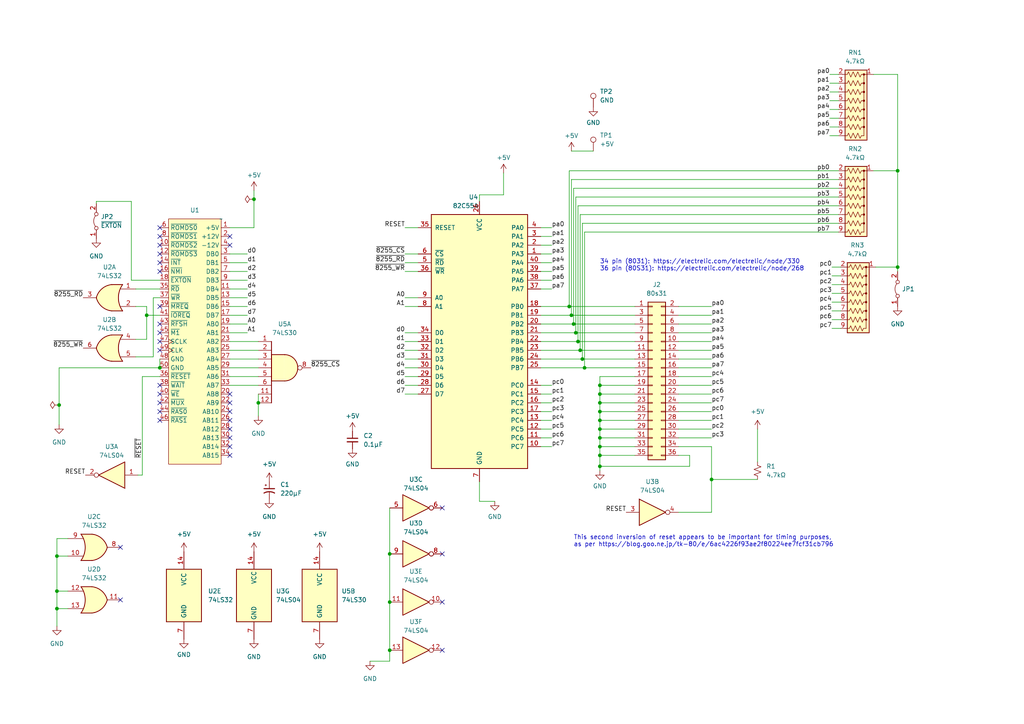
<source format=kicad_sch>
(kicad_sch (version 20230121) (generator eeschema)
  (paper "A4")
  (lib_symbols
    (symbol "74xx:74LS04"
      (property "Reference" "U" (at 0 1.27 0))
      (property "Value" "74LS04" (at 0 -1.27 0))
      (symbol "74LS04_1_0"
        (pin input line (at -7.62 0 0) (length 3.81) (name "~") (number "1"))
        (pin output inverted (at 7.62 0 180) (length 3.81) (name "~") (number "2"))
      )
      (symbol "74LS04_2_0"
        (pin input line (at -7.62 0 0) (length 3.81) (name "~") (number "3"))
        (pin output inverted (at 7.62 0 180) (length 3.81) (name "~") (number "4"))
      )
      (symbol "74LS04_3_0"
        (pin input line (at -7.62 0 0) (length 3.81) (name "~") (number "5"))
        (pin output inverted (at 7.62 0 180) (length 3.81) (name "~") (number "6"))
      )
      (symbol "74LS04_4_0"
        (pin output inverted (at 7.62 0 180) (length 3.81) (name "~") (number "8"))
        (pin input line (at -7.62 0 0) (length 3.81) (name "~") (number "9"))
      )
      (symbol "74LS04_5_0"
        (pin output inverted (at 7.62 0 180) (length 3.81) (name "~") (number "10"))
        (pin input line (at -7.62 0 0) (length 3.81) (name "~") (number "11"))
      )
      (symbol "74LS04_6_0"
        (pin output inverted (at 7.62 0 180) (length 3.81) (name "~") (number "12"))
        (pin input line (at -7.62 0 0) (length 3.81) (name "~") (number "13"))
      )
      (symbol "74LS04_7_0"
        (pin power_in line (at 0 12.7 270) (length 5.08) (name "VCC") (number "14"))
        (pin power_in line (at 0 -12.7 90) (length 5.08) (name "GND") (number "7"))
      )
    )
    (symbol "74xx:74LS30" (pin_names (offset 1.016))
      (property "Reference" "U" (at 0 1.27 0))
      (property "Value" "74LS30" (at 0 -1.27 0))
      (symbol "74LS30_1_1"
        (pin input line (at -7.62 7.62 0) (length 3.81) (name "~") (number "1"))
        (pin input line (at -7.62 -7.62 0) (length 3.81) (name "~") (number "11"))
        (pin input line (at -7.62 -10.16 0) (length 3.81) (name "~") (number "12"))
        (pin input line (at -7.62 5.08 0) (length 3.81) (name "~") (number "2"))
        (pin input line (at -7.62 2.54 0) (length 3.81) (name "~") (number "3"))
        (pin input line (at -7.62 0 0) (length 3.81) (name "~") (number "4"))
        (pin input line (at -7.62 -2.54 0) (length 3.81) (name "~") (number "5"))
        (pin input line (at -7.62 -5.08 0) (length 3.81) (name "~") (number "6"))
        (pin output inverted (at 7.62 0 180) (length 3.81) (name "~") (number "8"))
      )
      (symbol "74LS30_1_2"
        (pin input inverted (at -7.62 7.62 0) (length 3.81) (name "~") (number "1"))
        (pin input inverted (at -7.62 -7.62 0) (length 3.81) (name "~") (number "11"))
        (pin input inverted (at -7.62 -10.16 0) (length 3.81) (name "~") (number "12"))
        (pin input inverted (at -7.62 5.08 0) (length 3.81) (name "~") (number "2"))
        (pin input inverted (at -7.62 2.54 0) (length 4.5466) (name "~") (number "3"))
        (pin input inverted (at -7.62 0 0) (length 5.08) (name "~") (number "4"))
        (pin input inverted (at -7.62 -2.54 0) (length 4.5466) (name "~") (number "5"))
        (pin input inverted (at -7.62 -5.08 0) (length 3.81) (name "~") (number "6"))
        (pin output line (at 7.62 0 180) (length 3.81) (name "~") (number "8"))
      )
      (symbol "74LS30_2_0"
        (pin power_in line (at 0 12.7 270) (length 5.08) (name "VCC") (number "14"))
        (pin power_in line (at 0 -12.7 90) (length 5.08) (name "GND") (number "7"))
      )
    )
    (symbol "74xx:74LS32" (pin_names (offset 1.016))
      (property "Reference" "U" (at 0 1.27 0))
      (property "Value" "74LS32" (at 0 -1.27 0))
      (symbol "74LS32_1_1"
        (pin input line (at -7.62 2.54 0) (length 4.318) (name "~") (number "1"))
        (pin input line (at -7.62 -2.54 0) (length 4.318) (name "~") (number "2"))
        (pin output line (at 7.62 0 180) (length 3.81) (name "~") (number "3"))
      )
      (symbol "74LS32_1_2"
        (pin input inverted (at -7.62 2.54 0) (length 3.81) (name "~") (number "1"))
        (pin input inverted (at -7.62 -2.54 0) (length 3.81) (name "~") (number "2"))
        (pin output inverted (at 7.62 0 180) (length 3.81) (name "~") (number "3"))
      )
      (symbol "74LS32_2_1"
        (pin input line (at -7.62 2.54 0) (length 4.318) (name "~") (number "4"))
        (pin input line (at -7.62 -2.54 0) (length 4.318) (name "~") (number "5"))
        (pin output line (at 7.62 0 180) (length 3.81) (name "~") (number "6"))
      )
      (symbol "74LS32_2_2"
        (pin input inverted (at -7.62 2.54 0) (length 3.81) (name "~") (number "4"))
        (pin input inverted (at -7.62 -2.54 0) (length 3.81) (name "~") (number "5"))
        (pin output inverted (at 7.62 0 180) (length 3.81) (name "~") (number "6"))
      )
      (symbol "74LS32_3_1"
        (pin input line (at -7.62 -2.54 0) (length 4.318) (name "~") (number "10"))
        (pin output line (at 7.62 0 180) (length 3.81) (name "~") (number "8"))
        (pin input line (at -7.62 2.54 0) (length 4.318) (name "~") (number "9"))
      )
      (symbol "74LS32_3_2"
        (pin input inverted (at -7.62 -2.54 0) (length 3.81) (name "~") (number "10"))
        (pin output inverted (at 7.62 0 180) (length 3.81) (name "~") (number "8"))
        (pin input inverted (at -7.62 2.54 0) (length 3.81) (name "~") (number "9"))
      )
      (symbol "74LS32_4_1"
        (pin output line (at 7.62 0 180) (length 3.81) (name "~") (number "11"))
        (pin input line (at -7.62 2.54 0) (length 4.318) (name "~") (number "12"))
        (pin input line (at -7.62 -2.54 0) (length 4.318) (name "~") (number "13"))
      )
      (symbol "74LS32_4_2"
        (pin output inverted (at 7.62 0 180) (length 3.81) (name "~") (number "11"))
        (pin input inverted (at -7.62 2.54 0) (length 3.81) (name "~") (number "12"))
        (pin input inverted (at -7.62 -2.54 0) (length 3.81) (name "~") (number "13"))
      )
      (symbol "74LS32_5_0"
        (pin power_in line (at 0 12.7 270) (length 5.08) (name "VCC") (number "14"))
        (pin power_in line (at 0 -12.7 90) (length 5.08) (name "GND") (number "7"))
      )
    )
    (symbol "Connector:TestPoint" (pin_numbers hide) (pin_names (offset 0.762) hide)
      (property "Reference" "TP" (at 0 6.858 0))
      (property "Value" "TestPoint" (at 0 5.08 0))
      (symbol "TestPoint_1_1"
        (pin passive line (at 0 0 90) (length 2.54) (name "1") (number "1"))
      )
    )
    (symbol "Connector_Generic:Conn_02x18_Odd_Even" (pin_names (offset 1.016) hide)
      (property "Reference" "J" (at 1.27 22.86 0))
      (property "Value" "Conn_02x18_Odd_Even" (at 1.27 -25.4 0))
      (symbol "Conn_02x18_Odd_Even_1_1"
        (pin passive line (at -5.08 20.32 0) (length 3.81) (name "Pin_1") (number "1"))
        (pin passive line (at 7.62 10.16 180) (length 3.81) (name "Pin_10") (number "10"))
        (pin passive line (at -5.08 7.62 0) (length 3.81) (name "Pin_11") (number "11"))
        (pin passive line (at 7.62 7.62 180) (length 3.81) (name "Pin_12") (number "12"))
        (pin passive line (at -5.08 5.08 0) (length 3.81) (name "Pin_13") (number "13"))
        (pin passive line (at 7.62 5.08 180) (length 3.81) (name "Pin_14") (number "14"))
        (pin passive line (at -5.08 2.54 0) (length 3.81) (name "Pin_15") (number "15"))
        (pin passive line (at 7.62 2.54 180) (length 3.81) (name "Pin_16") (number "16"))
        (pin passive line (at -5.08 0 0) (length 3.81) (name "Pin_17") (number "17"))
        (pin passive line (at 7.62 0 180) (length 3.81) (name "Pin_18") (number "18"))
        (pin passive line (at -5.08 -2.54 0) (length 3.81) (name "Pin_19") (number "19"))
        (pin passive line (at 7.62 20.32 180) (length 3.81) (name "Pin_2") (number "2"))
        (pin passive line (at 7.62 -2.54 180) (length 3.81) (name "Pin_20") (number "20"))
        (pin passive line (at -5.08 -5.08 0) (length 3.81) (name "Pin_21") (number "21"))
        (pin passive line (at 7.62 -5.08 180) (length 3.81) (name "Pin_22") (number "22"))
        (pin passive line (at -5.08 -7.62 0) (length 3.81) (name "Pin_23") (number "23"))
        (pin passive line (at 7.62 -7.62 180) (length 3.81) (name "Pin_24") (number "24"))
        (pin passive line (at -5.08 -10.16 0) (length 3.81) (name "Pin_25") (number "25"))
        (pin passive line (at 7.62 -10.16 180) (length 3.81) (name "Pin_26") (number "26"))
        (pin passive line (at -5.08 -12.7 0) (length 3.81) (name "Pin_27") (number "27"))
        (pin passive line (at 7.62 -12.7 180) (length 3.81) (name "Pin_28") (number "28"))
        (pin passive line (at -5.08 -15.24 0) (length 3.81) (name "Pin_29") (number "29"))
        (pin passive line (at -5.08 17.78 0) (length 3.81) (name "Pin_3") (number "3"))
        (pin passive line (at 7.62 -15.24 180) (length 3.81) (name "Pin_30") (number "30"))
        (pin passive line (at -5.08 -17.78 0) (length 3.81) (name "Pin_31") (number "31"))
        (pin passive line (at 7.62 -17.78 180) (length 3.81) (name "Pin_32") (number "32"))
        (pin passive line (at -5.08 -20.32 0) (length 3.81) (name "Pin_33") (number "33"))
        (pin passive line (at 7.62 -20.32 180) (length 3.81) (name "Pin_34") (number "34"))
        (pin passive line (at -5.08 -22.86 0) (length 3.81) (name "Pin_35") (number "35"))
        (pin passive line (at 7.62 -22.86 180) (length 3.81) (name "Pin_36") (number "36"))
        (pin passive line (at 7.62 17.78 180) (length 3.81) (name "Pin_4") (number "4"))
        (pin passive line (at -5.08 15.24 0) (length 3.81) (name "Pin_5") (number "5"))
        (pin passive line (at 7.62 15.24 180) (length 3.81) (name "Pin_6") (number "6"))
        (pin passive line (at -5.08 12.7 0) (length 3.81) (name "Pin_7") (number "7"))
        (pin passive line (at 7.62 12.7 180) (length 3.81) (name "Pin_8") (number "8"))
        (pin passive line (at -5.08 10.16 0) (length 3.81) (name "Pin_9") (number "9"))
      )
    )
    (symbol "Device:C_Polarized_Small_US" (pin_numbers hide) (pin_names (offset 0.254) hide)
      (property "Reference" "C" (at 0.254 1.778 0))
      (property "Value" "C_Polarized_Small_US" (at 0.254 -2.032 0))
      (symbol "C_Polarized_Small_US_1_1"
        (pin passive line (at 0 2.54 270) (length 2.032) (name "~") (number "1"))
        (pin passive line (at 0 -2.54 90) (length 2.032) (name "~") (number "2"))
      )
    )
    (symbol "Device:C_Small" (pin_numbers hide) (pin_names (offset 0.254) hide)
      (property "Reference" "C" (at 0.254 1.778 0))
      (property "Value" "C_Small" (at 0.254 -2.032 0))
      (symbol "C_Small_1_1"
        (pin passive line (at 0 2.54 270) (length 2.032) (name "~") (number "1"))
        (pin passive line (at 0 -2.54 90) (length 2.032) (name "~") (number "2"))
      )
    )
    (symbol "Device:R_Network08_US" (pin_names (offset 0) hide)
      (property "Reference" "RN" (at -12.7 0 90))
      (property "Value" "R_Network08_US" (at 10.16 0 90))
      (symbol "R_Network08_US_1_1"
        (pin passive line (at -10.16 5.08 270) (length 2.54) (name "common") (number "1"))
        (pin passive line (at -10.16 -5.08 90) (length 1.27) (name "R1") (number "2"))
        (pin passive line (at -7.62 -5.08 90) (length 1.27) (name "R2") (number "3"))
        (pin passive line (at -5.08 -5.08 90) (length 1.27) (name "R3") (number "4"))
        (pin passive line (at -2.54 -5.08 90) (length 1.27) (name "R4") (number "5"))
        (pin passive line (at 0 -5.08 90) (length 1.27) (name "R5") (number "6"))
        (pin passive line (at 2.54 -5.08 90) (length 1.27) (name "R6") (number "7"))
        (pin passive line (at 5.08 -5.08 90) (length 1.27) (name "R7") (number "8"))
        (pin passive line (at 7.62 -5.08 90) (length 1.27) (name "R8") (number "9"))
      )
    )
    (symbol "Device:R_Small_US" (pin_numbers hide) (pin_names (offset 0.254) hide)
      (property "Reference" "R" (at 0.762 0.508 0))
      (property "Value" "R_Small_US" (at 0.762 -1.016 0))
      (symbol "R_Small_US_1_1"
        (pin passive line (at 0 2.54 270) (length 1.016) (name "~") (number "1"))
        (pin passive line (at 0 -2.54 90) (length 1.016) (name "~") (number "2"))
      )
    )
    (symbol "Interface:82C55A" (pin_names (offset 1.016))
      (property "Reference" "U" (at -13.97 38.1 0))
      (property "Value" "82C55A" (at 8.89 38.1 0))
      (symbol "82C55A_1_1"
        (pin bidirectional line (at 17.78 25.4 180) (length 3.81) (name "PA3") (number "1"))
        (pin bidirectional line (at 17.78 -30.48 180) (length 3.81) (name "PC7") (number "10"))
        (pin bidirectional line (at 17.78 -27.94 180) (length 3.81) (name "PC6") (number "11"))
        (pin bidirectional line (at 17.78 -25.4 180) (length 3.81) (name "PC5") (number "12"))
        (pin bidirectional line (at 17.78 -22.86 180) (length 3.81) (name "PC4") (number "13"))
        (pin bidirectional line (at 17.78 -12.7 180) (length 3.81) (name "PC0") (number "14"))
        (pin bidirectional line (at 17.78 -15.24 180) (length 3.81) (name "PC1") (number "15"))
        (pin bidirectional line (at 17.78 -17.78 180) (length 3.81) (name "PC2") (number "16"))
        (pin bidirectional line (at 17.78 -20.32 180) (length 3.81) (name "PC3") (number "17"))
        (pin bidirectional line (at 17.78 10.16 180) (length 3.81) (name "PB0") (number "18"))
        (pin bidirectional line (at 17.78 7.62 180) (length 3.81) (name "PB1") (number "19"))
        (pin bidirectional line (at 17.78 27.94 180) (length 3.81) (name "PA2") (number "2"))
        (pin bidirectional line (at 17.78 5.08 180) (length 3.81) (name "PB2") (number "20"))
        (pin bidirectional line (at 17.78 2.54 180) (length 3.81) (name "PB3") (number "21"))
        (pin bidirectional line (at 17.78 0 180) (length 3.81) (name "PB4") (number "22"))
        (pin bidirectional line (at 17.78 -2.54 180) (length 3.81) (name "PB5") (number "23"))
        (pin bidirectional line (at 17.78 -5.08 180) (length 3.81) (name "PB6") (number "24"))
        (pin bidirectional line (at 17.78 -7.62 180) (length 3.81) (name "PB7") (number "25"))
        (pin power_in line (at 0 40.64 270) (length 3.81) (name "VCC") (number "26"))
        (pin bidirectional line (at -17.78 -15.24 0) (length 3.81) (name "D7") (number "27"))
        (pin bidirectional line (at -17.78 -12.7 0) (length 3.81) (name "D6") (number "28"))
        (pin bidirectional line (at -17.78 -10.16 0) (length 3.81) (name "D5") (number "29"))
        (pin bidirectional line (at 17.78 30.48 180) (length 3.81) (name "PA1") (number "3"))
        (pin bidirectional line (at -17.78 -7.62 0) (length 3.81) (name "D4") (number "30"))
        (pin bidirectional line (at -17.78 -5.08 0) (length 3.81) (name "D3") (number "31"))
        (pin bidirectional line (at -17.78 -2.54 0) (length 3.81) (name "D2") (number "32"))
        (pin bidirectional line (at -17.78 0 0) (length 3.81) (name "D1") (number "33"))
        (pin bidirectional line (at -17.78 2.54 0) (length 3.81) (name "D0") (number "34"))
        (pin input line (at -17.78 33.02 0) (length 3.81) (name "RESET") (number "35"))
        (pin input line (at -17.78 20.32 0) (length 3.81) (name "~{WR}") (number "36"))
        (pin bidirectional line (at 17.78 15.24 180) (length 3.81) (name "PA7") (number "37"))
        (pin bidirectional line (at 17.78 17.78 180) (length 3.81) (name "PA6") (number "38"))
        (pin bidirectional line (at 17.78 20.32 180) (length 3.81) (name "PA5") (number "39"))
        (pin bidirectional line (at 17.78 33.02 180) (length 3.81) (name "PA0") (number "4"))
        (pin bidirectional line (at 17.78 22.86 180) (length 3.81) (name "PA4") (number "40"))
        (pin input line (at -17.78 22.86 0) (length 3.81) (name "~{RD}") (number "5"))
        (pin input line (at -17.78 25.4 0) (length 3.81) (name "~{CS}") (number "6"))
        (pin power_in line (at 0 -40.64 90) (length 3.81) (name "GND") (number "7"))
        (pin input line (at -17.78 10.16 0) (length 3.81) (name "A1") (number "8"))
        (pin input line (at -17.78 12.7 0) (length 3.81) (name "A0") (number "9"))
      )
    )
    (symbol "Jumper:Jumper_2_Bridged" (pin_names (offset 0) hide)
      (property "Reference" "JP" (at 0 1.905 0))
      (property "Value" "Jumper_2_Bridged" (at 0 -2.54 0))
      (symbol "Jumper_2_Bridged_1_1"
        (pin passive line (at -5.08 0 0) (length 2.54) (name "A") (number "1"))
        (pin passive line (at 5.08 0 180) (length 2.54) (name "B") (number "2"))
      )
    )
    (symbol "PC-8001:ExpansionBus"
      (property "Reference" "U" (at 0 0 0))
      (symbol "ExpansionBus_1_1"
        (pin power_in line (at 2.54 -2.54 180) (length 2.54) (name "+5V") (number "1"))
        (pin input line (at -17.78 -7.62 0) (length 2.54) (name "~{ROMDS2}") (number "10"))
        (pin bidirectional line (at 2.54 -20.32 180) (length 2.54) (name "DB4") (number "11"))
        (pin input line (at -17.78 -10.16 0) (length 2.54) (name "~{ROMDS3}") (number "12"))
        (pin bidirectional line (at 2.54 -22.86 180) (length 2.54) (name "DB5") (number "13"))
        (pin input line (at -17.78 -12.7 0) (length 2.54) (name "~{INT}") (number "14"))
        (pin bidirectional line (at 2.54 -25.4 180) (length 2.54) (name "DB6") (number "15"))
        (pin input line (at -17.78 -15.24 0) (length 2.54) (name "~{NMI}") (number "16"))
        (pin bidirectional line (at 2.54 -27.94 180) (length 2.54) (name "DB7") (number "17"))
        (pin input line (at -17.78 -17.78 0) (length 2.54) (name "~{EXTON}") (number "18"))
        (pin bidirectional line (at 2.54 -30.48 180) (length 2.54) (name "AB0") (number "19"))
        (pin power_in line (at 2.54 -5.08 180) (length 2.54) (name "+12V") (number "2"))
        (pin bidirectional line (at 2.54 -50.8 180) (length 2.54) (name "AB8") (number "20"))
        (pin bidirectional line (at 2.54 -33.02 180) (length 2.54) (name "AB1") (number "21"))
        (pin bidirectional line (at 2.54 -53.34 180) (length 2.54) (name "AB9") (number "22"))
        (pin bidirectional line (at 2.54 -35.56 180) (length 2.54) (name "AB2") (number "23"))
        (pin bidirectional line (at 2.54 -55.88 180) (length 2.54) (name "AB10") (number "24"))
        (pin bidirectional line (at 2.54 -38.1 180) (length 2.54) (name "AB3") (number "25"))
        (pin bidirectional line (at 2.54 -58.42 180) (length 2.54) (name "AB11") (number "26"))
        (pin bidirectional line (at 2.54 -40.64 180) (length 2.54) (name "AB4") (number "27"))
        (pin bidirectional line (at 2.54 -60.96 180) (length 2.54) (name "AB12") (number "28"))
        (pin bidirectional line (at 2.54 -43.18 180) (length 2.54) (name "AB5") (number "29"))
        (pin bidirectional line (at 2.54 -10.16 180) (length 2.54) (name "DB0") (number "3"))
        (pin bidirectional line (at 2.54 -63.5 180) (length 2.54) (name "AB13") (number "30"))
        (pin bidirectional line (at 2.54 -45.72 180) (length 2.54) (name "AB6") (number "31"))
        (pin bidirectional line (at 2.54 -66.04 180) (length 2.54) (name "AB14") (number "32"))
        (pin bidirectional line (at 2.54 -48.26 180) (length 2.54) (name "AB7") (number "33"))
        (pin bidirectional line (at 2.54 -68.58 180) (length 2.54) (name "AB15") (number "34"))
        (pin output line (at -17.78 -20.32 0) (length 2.54) (name "~{RD}") (number "35"))
        (pin bidirectional line (at -17.78 -45.72 0) (length 2.54) (name "~{RESET}") (number "36"))
        (pin output line (at -17.78 -22.86 0) (length 2.54) (name "~{WR}") (number "37"))
        (pin input line (at -17.78 -48.26 0) (length 2.54) (name "~{WAIT}") (number "38"))
        (pin output line (at -17.78 -25.4 0) (length 2.54) (name "~{MREQ}") (number "39"))
        (pin power_in line (at 2.54 -7.62 180) (length 2.54) (name "-12V") (number "4"))
        (pin input line (at -17.78 -50.8 0) (length 2.54) (name "~{WE}") (number "40"))
        (pin output line (at -17.78 -27.94 0) (length 2.54) (name "~{IOREQ}") (number "41"))
        (pin input line (at -17.78 -53.34 0) (length 2.54) (name "~{MUX}") (number "42"))
        (pin input line (at -17.78 -30.48 0) (length 2.54) (name "~{RFSH}") (number "43"))
        (pin input line (at -17.78 -55.88 0) (length 2.54) (name "~{RAS0}") (number "44"))
        (pin input line (at -17.78 -33.02 0) (length 2.54) (name "~{M1}") (number "45"))
        (pin input line (at -17.78 -58.42 0) (length 2.54) (name "~{RAS1}") (number "46"))
        (pin input clock (at -17.78 -35.56 0) (length 2.54) (name "SCLK") (number "47"))
        (pin power_in line (at -17.78 -40.64 0) (length 2.54) (name "GND") (number "48"))
        (pin input clock (at -17.78 -38.1 0) (length 2.54) (name "CLK") (number "49"))
        (pin bidirectional line (at 2.54 -12.7 180) (length 2.54) (name "DB1") (number "5"))
        (pin power_in line (at -17.78 -43.18 0) (length 2.54) (name "GND") (number "50"))
        (pin input line (at -17.78 -2.54 0) (length 2.54) (name "~{ROMDS0}") (number "6"))
        (pin bidirectional line (at 2.54 -15.24 180) (length 2.54) (name "DB2") (number "7"))
        (pin input line (at -17.78 -5.08 0) (length 2.54) (name "~{ROMDS1}") (number "8"))
        (pin bidirectional line (at 2.54 -17.78 180) (length 2.54) (name "DB3") (number "9"))
      )
    )
    (symbol "power:+5V" (power) (pin_names (offset 0))
      (property "Value" "+5V" (at 0 3.556 0))
      (symbol "+5V_1_1"
        (pin power_in line (at 0 0 90) (length 0) hide (name "+5V") (number "1"))
      )
    )
    (symbol "power:GND" (power) (pin_names (offset 0))
      (property "Value" "GND" (at 0 -3.81 0))
      (symbol "GND_1_1"
        (pin power_in line (at 0 0 270) (length 0) hide (name "GND") (number "1"))
      )
    )
    (symbol "power:PWR_FLAG" (power) (pin_numbers hide) (pin_names (offset 0) hide)
      (property "Value" "PWR_FLAG" (at 0 3.81 0))
      (symbol "PWR_FLAG_0_0"
        (pin power_out line (at 0 0 90) (length 0) (name "pwr") (number "1"))
      )
    )
  )
  (junction (at 73.66 57.785))
  (junction (at 46.355 106.68))
  (junction (at 173.99 111.76))
  (junction (at 16.51 176.53))
  (junction (at 165.1 88.9))
  (junction (at 173.99 124.46))
  (junction (at 173.99 132.08))
  (junction (at 167.64 99.06))
  (junction (at 113.03 160.655))
  (junction (at 173.99 121.92))
  (junction (at 168.275 101.6))
  (junction (at 206.375 139.065))
  (junction (at 173.99 114.3))
  (junction (at 173.99 127))
  (junction (at 16.51 171.45))
  (junction (at 166.37 93.98))
  (junction (at 173.99 135.255))
  (junction (at 260.35 49.53))
  (junction (at 173.99 129.54))
  (junction (at 169.545 106.68))
  (junction (at 74.93 116.84))
  (junction (at 173.99 116.84))
  (junction (at 113.03 174.625))
  (junction (at 173.99 119.38))
  (junction (at 260.35 77.47))
  (junction (at 17.145 117.475))
  (junction (at 165.735 91.44))
  (junction (at 113.03 188.595))
  (junction (at 16.51 161.29))
  (junction (at 168.91 104.14))
  (junction (at 167.005 96.52))
  (junction (at 42.545 91.44))
  (no_connect (at 46.355 88.9))
  (no_connect (at 46.355 76.2))
  (no_connect (at 66.675 121.92))
  (no_connect (at 46.355 121.92))
  (no_connect (at 34.925 173.99))
  (no_connect (at 66.675 129.54))
  (no_connect (at 66.675 127))
  (no_connect (at 46.355 96.52))
  (no_connect (at 128.27 188.595))
  (no_connect (at 46.355 119.38))
  (no_connect (at 46.355 101.6))
  (no_connect (at 66.675 114.3))
  (no_connect (at 66.675 119.38))
  (no_connect (at 128.27 147.32))
  (no_connect (at 46.355 111.76))
  (no_connect (at 46.355 99.06))
  (no_connect (at 46.355 68.58))
  (no_connect (at 46.355 78.74))
  (no_connect (at 46.355 116.84))
  (no_connect (at 128.27 160.655))
  (no_connect (at 66.675 71.12))
  (no_connect (at 128.27 174.625))
  (no_connect (at 46.355 66.04))
  (no_connect (at 66.675 132.08))
  (no_connect (at 66.675 116.84))
  (no_connect (at 66.675 68.58))
  (no_connect (at 46.355 73.66))
  (no_connect (at 46.355 93.98))
  (no_connect (at 34.925 158.75))
  (no_connect (at 66.675 124.46))
  (no_connect (at 46.355 114.3))
  (no_connect (at 46.355 71.12))
  (wire (pts (xy 173.99 111.76) (xy 184.15 111.76)))
  (wire (pts (xy 173.99 116.84) (xy 184.15 116.84)))
  (wire (pts (xy 196.85 109.22) (xy 206.375 109.22)))
  (wire (pts (xy 156.845 116.84) (xy 160.02 116.84)))
  (wire (pts (xy 196.85 121.92) (xy 206.375 121.92)))
  (wire (pts (xy 66.675 111.76) (xy 74.93 111.76)))
  (wire (pts (xy 46.355 81.28) (xy 38.1 81.28)))
  (wire (pts (xy 196.85 104.14) (xy 206.375 104.14)))
  (wire (pts (xy 66.675 93.98) (xy 71.755 93.98)))
  (wire (pts (xy 260.35 78.74) (xy 260.35 77.47)))
  (wire (pts (xy 166.37 93.98) (xy 184.15 93.98)))
  (wire (pts (xy 167.005 57.15) (xy 167.005 96.52)))
  (wire (pts (xy 46.355 106.68) (xy 17.145 106.68)))
  (wire (pts (xy 173.99 111.76) (xy 173.99 109.22)))
  (wire (pts (xy 156.845 76.2) (xy 160.02 76.2)))
  (wire (pts (xy 173.99 119.38) (xy 184.15 119.38)))
  (wire (pts (xy 219.71 133.985) (xy 219.71 124.46)))
  (wire (pts (xy 44.45 86.36) (xy 44.45 103.505)))
  (wire (pts (xy 173.99 124.46) (xy 184.15 124.46)))
  (wire (pts (xy 16.51 171.45) (xy 19.685 171.45)))
  (wire (pts (xy 173.99 114.3) (xy 173.99 111.76)))
  (wire (pts (xy 16.51 161.29) (xy 16.51 156.21)))
  (wire (pts (xy 121.285 111.76) (xy 117.475 111.76)))
  (wire (pts (xy 121.285 106.68) (xy 117.475 106.68)))
  (wire (pts (xy 165.735 52.07) (xy 243.205 52.07)))
  (wire (pts (xy 66.675 96.52) (xy 71.755 96.52)))
  (wire (pts (xy 73.66 57.785) (xy 73.66 66.04)))
  (wire (pts (xy 167.64 99.06) (xy 184.15 99.06)))
  (wire (pts (xy 42.545 91.44) (xy 42.545 88.9)))
  (wire (pts (xy 156.845 93.98) (xy 166.37 93.98)))
  (wire (pts (xy 156.845 101.6) (xy 168.275 101.6)))
  (wire (pts (xy 165.1 88.9) (xy 184.15 88.9)))
  (wire (pts (xy 167.005 57.15) (xy 243.205 57.15)))
  (wire (pts (xy 241.3 87.63) (xy 243.84 87.63)))
  (wire (pts (xy 66.675 109.22) (xy 74.93 109.22)))
  (wire (pts (xy 206.375 148.59) (xy 206.375 139.065)))
  (wire (pts (xy 156.845 129.54) (xy 160.02 129.54)))
  (wire (pts (xy 121.285 101.6) (xy 117.475 101.6)))
  (wire (pts (xy 168.91 64.77) (xy 243.205 64.77)))
  (wire (pts (xy 206.375 139.065) (xy 206.375 129.54)))
  (wire (pts (xy 156.845 78.74) (xy 160.02 78.74)))
  (wire (pts (xy 41.275 137.795) (xy 40.005 137.795)))
  (wire (pts (xy 16.51 156.21) (xy 19.685 156.21)))
  (wire (pts (xy 240.665 39.37) (xy 243.205 39.37)))
  (wire (pts (xy 121.285 73.66) (xy 117.475 73.66)))
  (wire (pts (xy 156.845 127) (xy 160.02 127)))
  (wire (pts (xy 39.37 83.82) (xy 46.355 83.82)))
  (wire (pts (xy 66.675 99.06) (xy 74.93 99.06)))
  (wire (pts (xy 196.85 114.3) (xy 206.375 114.3)))
  (wire (pts (xy 173.99 119.38) (xy 173.99 116.84)))
  (wire (pts (xy 66.675 88.9) (xy 71.755 88.9)))
  (wire (pts (xy 240.665 31.75) (xy 243.205 31.75)))
  (wire (pts (xy 156.845 111.76) (xy 160.02 111.76)))
  (wire (pts (xy 241.3 92.71) (xy 243.84 92.71)))
  (wire (pts (xy 241.3 80.01) (xy 243.84 80.01)))
  (wire (pts (xy 196.85 116.84) (xy 206.375 116.84)))
  (wire (pts (xy 166.37 54.61) (xy 166.37 93.98)))
  (wire (pts (xy 196.85 96.52) (xy 206.375 96.52)))
  (wire (pts (xy 169.545 106.68) (xy 184.15 106.68)))
  (wire (pts (xy 165.735 52.07) (xy 165.735 91.44)))
  (wire (pts (xy 173.99 127) (xy 184.15 127)))
  (wire (pts (xy 121.285 66.04) (xy 117.475 66.04)))
  (wire (pts (xy 240.665 24.13) (xy 243.205 24.13)))
  (wire (pts (xy 73.66 66.04) (xy 66.675 66.04)))
  (wire (pts (xy 156.845 119.38) (xy 160.02 119.38)))
  (wire (pts (xy 66.675 106.68) (xy 74.93 106.68)))
  (wire (pts (xy 241.3 85.09) (xy 243.84 85.09)))
  (wire (pts (xy 27.94 58.42) (xy 27.94 59.055)))
  (wire (pts (xy 173.99 127) (xy 173.99 124.46)))
  (wire (pts (xy 121.285 88.9) (xy 117.475 88.9)))
  (wire (pts (xy 41.275 109.22) (xy 41.275 137.795)))
  (wire (pts (xy 16.51 171.45) (xy 16.51 161.29)))
  (wire (pts (xy 196.85 111.76) (xy 206.375 111.76)))
  (wire (pts (xy 165.735 91.44) (xy 184.15 91.44)))
  (wire (pts (xy 173.99 121.92) (xy 184.15 121.92)))
  (wire (pts (xy 241.3 82.55) (xy 243.84 82.55)))
  (wire (pts (xy 42.545 91.44) (xy 42.545 98.425)))
  (wire (pts (xy 156.845 106.68) (xy 169.545 106.68)))
  (wire (pts (xy 121.285 86.36) (xy 117.475 86.36)))
  (wire (pts (xy 173.99 136.525) (xy 173.99 135.255)))
  (wire (pts (xy 121.285 78.74) (xy 117.475 78.74)))
  (wire (pts (xy 173.99 109.22) (xy 184.15 109.22)))
  (wire (pts (xy 167.005 96.52) (xy 184.15 96.52)))
  (wire (pts (xy 173.99 135.255) (xy 173.99 132.08)))
  (wire (pts (xy 196.85 124.46) (xy 206.375 124.46)))
  (wire (pts (xy 42.545 88.9) (xy 39.37 88.9)))
  (wire (pts (xy 44.45 103.505) (xy 39.37 103.505)))
  (wire (pts (xy 166.37 54.61) (xy 243.205 54.61)))
  (wire (pts (xy 107.315 191.77) (xy 113.03 191.77)))
  (wire (pts (xy 121.285 104.14) (xy 117.475 104.14)))
  (wire (pts (xy 156.845 104.14) (xy 168.91 104.14)))
  (wire (pts (xy 66.675 101.6) (xy 74.93 101.6)))
  (wire (pts (xy 16.51 181.61) (xy 16.51 176.53)))
  (wire (pts (xy 38.1 58.42) (xy 38.1 81.28)))
  (wire (pts (xy 173.99 124.46) (xy 173.99 121.92)))
  (wire (pts (xy 165.1 49.53) (xy 243.205 49.53)))
  (wire (pts (xy 156.845 121.92) (xy 160.02 121.92)))
  (wire (pts (xy 167.64 59.69) (xy 243.205 59.69)))
  (wire (pts (xy 66.675 76.2) (xy 71.755 76.2)))
  (wire (pts (xy 196.85 91.44) (xy 206.375 91.44)))
  (wire (pts (xy 156.845 68.58) (xy 160.02 68.58)))
  (wire (pts (xy 66.675 81.28) (xy 71.755 81.28)))
  (wire (pts (xy 17.145 106.68) (xy 17.145 117.475)))
  (wire (pts (xy 168.91 64.77) (xy 168.91 104.14)))
  (wire (pts (xy 240.665 21.59) (xy 243.205 21.59)))
  (wire (pts (xy 156.845 91.44) (xy 165.735 91.44)))
  (wire (pts (xy 38.1 58.42) (xy 27.94 58.42)))
  (wire (pts (xy 121.285 114.3) (xy 117.475 114.3)))
  (wire (pts (xy 241.3 95.25) (xy 243.84 95.25)))
  (wire (pts (xy 46.355 104.14) (xy 46.355 106.68)))
  (wire (pts (xy 146.05 56.515) (xy 139.065 56.515)))
  (wire (pts (xy 254 77.47) (xy 260.35 77.47)))
  (wire (pts (xy 17.145 117.475) (xy 17.145 123.19)))
  (wire (pts (xy 168.275 62.23) (xy 168.275 101.6)))
  (wire (pts (xy 241.3 77.47) (xy 243.84 77.47)))
  (wire (pts (xy 66.675 78.74) (xy 71.755 78.74)))
  (wire (pts (xy 168.91 104.14) (xy 184.15 104.14)))
  (wire (pts (xy 16.51 176.53) (xy 16.51 171.45)))
  (wire (pts (xy 156.845 88.9) (xy 165.1 88.9)))
  (wire (pts (xy 196.85 88.9) (xy 206.375 88.9)))
  (wire (pts (xy 165.1 49.53) (xy 165.1 88.9)))
  (wire (pts (xy 139.065 145.415) (xy 139.065 139.7)))
  (wire (pts (xy 156.845 66.04) (xy 160.02 66.04)))
  (wire (pts (xy 156.845 81.28) (xy 160.02 81.28)))
  (wire (pts (xy 113.03 191.77) (xy 113.03 188.595)))
  (wire (pts (xy 73.66 55.245) (xy 73.66 57.785)))
  (wire (pts (xy 196.85 119.38) (xy 206.375 119.38)))
  (wire (pts (xy 143.51 145.415) (xy 139.065 145.415)))
  (wire (pts (xy 173.99 129.54) (xy 184.15 129.54)))
  (wire (pts (xy 241.3 90.17) (xy 243.84 90.17)))
  (wire (pts (xy 173.99 121.92) (xy 173.99 119.38)))
  (wire (pts (xy 16.51 161.29) (xy 19.685 161.29)))
  (wire (pts (xy 196.85 99.06) (xy 206.375 99.06)))
  (wire (pts (xy 169.545 67.31) (xy 169.545 106.68)))
  (wire (pts (xy 196.85 148.59) (xy 206.375 148.59)))
  (wire (pts (xy 173.99 129.54) (xy 173.99 127)))
  (wire (pts (xy 46.355 91.44) (xy 42.545 91.44)))
  (wire (pts (xy 16.51 176.53) (xy 19.685 176.53)))
  (wire (pts (xy 167.64 59.69) (xy 167.64 99.06)))
  (wire (pts (xy 121.285 99.06) (xy 117.475 99.06)))
  (wire (pts (xy 74.93 114.3) (xy 74.93 116.84)))
  (wire (pts (xy 173.99 114.3) (xy 184.15 114.3)))
  (wire (pts (xy 156.845 99.06) (xy 167.64 99.06)))
  (wire (pts (xy 253.365 49.53) (xy 260.35 49.53)))
  (wire (pts (xy 240.665 36.83) (xy 243.205 36.83)))
  (wire (pts (xy 66.675 83.82) (xy 71.755 83.82)))
  (wire (pts (xy 196.85 101.6) (xy 206.375 101.6)))
  (wire (pts (xy 200.025 135.255) (xy 173.99 135.255)))
  (wire (pts (xy 173.99 116.84) (xy 173.99 114.3)))
  (wire (pts (xy 196.85 129.54) (xy 206.375 129.54)))
  (wire (pts (xy 206.375 139.065) (xy 219.71 139.065)))
  (wire (pts (xy 165.735 43.815) (xy 172.085 43.815)))
  (wire (pts (xy 196.85 93.98) (xy 206.375 93.98)))
  (wire (pts (xy 66.675 104.14) (xy 74.93 104.14)))
  (wire (pts (xy 196.85 106.68) (xy 206.375 106.68)))
  (wire (pts (xy 139.065 56.515) (xy 139.065 58.42)))
  (wire (pts (xy 66.675 73.66) (xy 71.755 73.66)))
  (wire (pts (xy 46.355 86.36) (xy 44.45 86.36)))
  (wire (pts (xy 173.99 132.08) (xy 173.99 129.54)))
  (wire (pts (xy 66.675 86.36) (xy 71.755 86.36)))
  (wire (pts (xy 240.665 29.21) (xy 243.205 29.21)))
  (wire (pts (xy 260.35 21.59) (xy 253.365 21.59)))
  (wire (pts (xy 113.03 188.595) (xy 113.03 174.625)))
  (wire (pts (xy 173.99 132.08) (xy 184.15 132.08)))
  (wire (pts (xy 156.845 83.82) (xy 160.02 83.82)))
  (wire (pts (xy 46.355 109.22) (xy 41.275 109.22)))
  (wire (pts (xy 156.845 96.52) (xy 167.005 96.52)))
  (wire (pts (xy 156.845 73.66) (xy 160.02 73.66)))
  (wire (pts (xy 156.845 124.46) (xy 160.02 124.46)))
  (wire (pts (xy 260.35 49.53) (xy 260.35 21.59)))
  (wire (pts (xy 156.845 71.12) (xy 160.02 71.12)))
  (wire (pts (xy 156.845 114.3) (xy 160.02 114.3)))
  (wire (pts (xy 240.665 34.29) (xy 243.205 34.29)))
  (wire (pts (xy 260.35 77.47) (xy 260.35 49.53)))
  (wire (pts (xy 240.665 26.67) (xy 243.205 26.67)))
  (wire (pts (xy 66.675 91.44) (xy 71.755 91.44)))
  (wire (pts (xy 113.03 160.655) (xy 113.03 147.32)))
  (wire (pts (xy 74.93 116.84) (xy 74.93 120.65)))
  (wire (pts (xy 42.545 98.425) (xy 39.37 98.425)))
  (wire (pts (xy 121.285 109.22) (xy 117.475 109.22)))
  (wire (pts (xy 121.285 76.2) (xy 117.475 76.2)))
  (wire (pts (xy 168.275 101.6) (xy 184.15 101.6)))
  (wire (pts (xy 168.275 62.23) (xy 243.205 62.23)))
  (wire (pts (xy 121.285 96.52) (xy 117.475 96.52)))
  (wire (pts (xy 196.85 127) (xy 206.375 127)))
  (wire (pts (xy 196.85 132.08) (xy 200.025 132.08)))
  (wire (pts (xy 169.545 67.31) (xy 243.205 67.31)))
  (wire (pts (xy 113.03 174.625) (xy 113.03 160.655)))
  (wire (pts (xy 146.05 50.165) (xy 146.05 56.515)))
  (wire (pts (xy 200.025 132.08) (xy 200.025 135.255)))
  (text "This second inversion of reset appears to be important for timing purposes,\nas per https://blog.goo.ne.jp/tk-80/e/6ac4226f93ae2f80224ee7fcf31cb796" (at 166.37 158.75 0) (effects (font (size 1.27 1.27)) (justify left bottom)))
  (text "34 pin (8031): https://electrelic.com/electrelic/node/330\n36 pin (80S31): https://electrelic.com/electrelic/node/268" (at 173.99 78.74 0) (effects (font (size 1.27 1.27)) (justify left bottom)))
  (label "pa0" (at 206.375 88.9 0))
  (label "d2" (at 117.475 101.6 180))
  (label "pc6" (at 241.3 92.71 180))
  (label "d0" (at 117.475 96.52 180))
  (label "d4" (at 117.475 106.68 180))
  (label "pa7" (at 206.375 106.68 0))
  (label "pc5" (at 206.375 111.76 0))
  (label "pc6" (at 160.02 127 0))
  (label "pa1" (at 240.665 24.13 180))
  (label "d6" (at 117.475 111.76 180))
  (label "d4" (at 71.755 83.82 0))
  (label "pa5" (at 240.665 34.29 180))
  (label "pc6" (at 206.375 114.3 0))
  (label "d2" (at 71.755 78.74 0))
  (label "~{8255_WR}" (at 24.13 100.965 180))
  (label "pc2" (at 206.375 124.46 0))
  (label "pc7" (at 241.3 95.25 180))
  (label "A0" (at 71.755 93.98 0))
  (label "d6" (at 71.755 88.9 0))
  (label "pa7" (at 240.665 39.37 180))
  (label "pc4" (at 241.3 87.63 180))
  (label "RESET" (at 181.61 148.59 180))
  (label "pc1" (at 241.3 80.01 180))
  (label "pc3" (at 241.3 85.09 180))
  (label "pa0" (at 160.02 66.04 0))
  (label "~{8255_CS}" (at 117.475 73.66 180))
  (label "pc0" (at 206.375 119.38 0))
  (label "pc3" (at 206.375 127 0))
  (label "d7" (at 117.475 114.3 180))
  (label "d0" (at 71.755 73.66 0))
  (label "d7" (at 71.755 91.44 0))
  (label "pa7" (at 160.02 83.82 0))
  (label "pc2" (at 160.02 116.84 0))
  (label "pa2" (at 160.02 71.12 0))
  (label "pc5" (at 160.02 124.46 0))
  (label "pc1" (at 206.375 121.92 0))
  (label "pa2" (at 206.375 93.98 0))
  (label "RESET" (at 24.765 137.795 180))
  (label "A1" (at 71.755 96.52 0))
  (label "d5" (at 71.755 86.36 0))
  (label "pc1" (at 160.02 114.3 0))
  (label "pa5" (at 160.02 78.74 0))
  (label "d5" (at 117.475 109.22 180))
  (label "pb6" (at 240.665 64.77 180))
  (label "~{8255_CS}" (at 90.17 106.68 0))
  (label "pb5" (at 240.665 62.23 180))
  (label "~{8255_RD}" (at 24.13 86.36 180))
  (label "pa4" (at 206.375 99.06 0))
  (label "pb1" (at 240.665 52.07 180))
  (label "d3" (at 117.475 104.14 180))
  (label "pa3" (at 206.375 96.52 0))
  (label "d1" (at 117.475 99.06 180))
  (label "d1" (at 71.755 76.2 0))
  (label "pc7" (at 160.02 129.54 0))
  (label "pc5" (at 241.3 90.17 180))
  (label "pb2" (at 240.665 54.61 180))
  (label "pa6" (at 240.665 36.83 180))
  (label "pa5" (at 206.375 101.6 0))
  (label "~{8255_RD}" (at 117.475 76.2 180))
  (label "~{8255_WR}" (at 117.475 78.74 180))
  (label "pa0" (at 240.665 21.59 180))
  (label "pa1" (at 206.375 91.44 0))
  (label "pb4" (at 240.665 59.69 180))
  (label "pa3" (at 240.665 29.21 180))
  (label "pc3" (at 160.02 119.38 0))
  (label "pa4" (at 240.665 31.75 180))
  (label "pa2" (at 240.665 26.67 180))
  (label "pa6" (at 206.375 104.14 0))
  (label "d3" (at 71.755 81.28 0))
  (label "pb3" (at 240.665 57.15 180))
  (label "pa1" (at 160.02 68.58 0))
  (label "~{RESET}" (at 41.275 127 270))
  (label "pb7" (at 240.665 67.31 180))
  (label "A1" (at 117.475 88.9 180))
  (label "pb0" (at 240.665 49.53 180))
  (label "pa6" (at 160.02 81.28 0))
  (label "pa4" (at 160.02 76.2 0))
  (label "pc4" (at 206.375 109.22 0))
  (label "pc0" (at 241.3 77.47 180))
  (label "pc2" (at 241.3 82.55 180))
  (label "pc4" (at 160.02 121.92 0))
  (label "A0" (at 117.475 86.36 180))
  (label "pa3" (at 160.02 73.66 0))
  (label "pc7" (at 206.375 116.84 0))
  (label "pc0" (at 160.02 111.76 0))
  (label "RESET" (at 117.475 66.04 180))
  (symbol (lib_id "74xx:74LS04") (at 120.65 188.595 0) (unit 6)
    (property "Reference" "U3" (at 120.65 180.34 0))
    (property "Value" "74LS04" (at 120.65 182.88 0))
    (property "Datasheet" "http://www.ti.com/lit/gpn/sn74LS04" (effects hide))
  )
  (symbol (lib_id "power:PWR_FLAG") (at 73.66 57.785 90) (unit 1)
    (property "Reference" "#FLG02" (effects hide))
    (property "Value" "PWR_FLAG" (effects hide))
  )
  (symbol (lib_id "Connector:TestPoint") (at 172.085 31.115 0) (unit 1)
    (property "Reference" "TP2" (at 173.99 26.543 0) (effects (justify left)))
    (property "Value" "GND" (at 173.99 29.083 0) (effects (justify left)))
    (property "Footprint" "TestPoint:TestPoint_Loop_D1.80mm_Drill1.0mm_Beaded" (effects hide))
  )
  (symbol (lib_id "power:GND") (at 73.66 185.42 0) (unit 1)
    (property "Reference" "#PWR08" (effects hide))
    (property "Value" "GND" (at 73.66 190.5 0))
  )
  (symbol (lib_id "PC-8001:ExpansionBus") (at 64.135 63.5 0) (unit 1)
    (property "Reference" "U1" (at 56.515 60.96 0))
    (property "Value" "~" (at 64.135 63.5 0))
    (property "Footprint" "Connector_PinHeader_2.54mm:PinHeader_2x25_P2.54mm_Vertical" (effects hide))
    (property "Datasheet" "https://electrelic.com/electrelic/node/254" (effects hide))
  )
  (symbol (lib_id "Connector:TestPoint") (at 172.085 43.815 0) (unit 1)
    (property "Reference" "TP1" (at 173.99 39.243 0) (effects (justify left)))
    (property "Value" "+5V" (at 173.99 41.783 0) (effects (justify left)))
    (property "Footprint" "TestPoint:TestPoint_Loop_D1.80mm_Drill1.0mm_Beaded" (effects hide))
  )
  (symbol (lib_id "power:GND") (at 53.34 185.42 0) (unit 1)
    (property "Reference" "#PWR010" (effects hide))
    (property "Value" "GND" (at 53.34 189.865 0))
  )
  (symbol (lib_id "Device:R_Network08_US") (at 248.285 31.75 270) (unit 1)
    (property "Reference" "RN1" (at 248.031 15.24 90))
    (property "Value" "4.7kΩ" (at 248.031 17.78 90))
    (property "Footprint" "Resistor_THT:R_Array_SIP9" (effects hide))
    (property "Datasheet" "http://www.vishay.com/docs/31509/csc.pdf" (effects hide))
  )
  (symbol (lib_id "Device:R_Small_US") (at 219.71 136.525 0) (unit 1)
    (property "Reference" "R1" (at 222.25 135.255 0) (effects (justify left)))
    (property "Value" "4.7kΩ" (at 222.25 137.795 0) (effects (justify left)))
    (property "Footprint" "Resistor_THT:R_Axial_DIN0309_L9.0mm_D3.2mm_P12.70mm_Horizontal" (effects hide))
  )
  (symbol (lib_id "power:GND") (at 78.105 144.78 0) (unit 1)
    (property "Reference" "#PWR017" (effects hide))
    (property "Value" "GND" (at 78.105 149.86 0))
  )
  (symbol (lib_id "power:+5V") (at 219.71 124.46 0) (unit 1)
    (property "Reference" "#PWR015" (effects hide))
    (property "Value" "+5V" (at 219.71 119.38 0))
  )
  (symbol (lib_id "power:GND") (at 260.35 88.9 0) (unit 1)
    (property "Reference" "#PWR019" (effects hide))
    (property "Value" "GND" (at 260.35 93.98 0))
  )
  (symbol (lib_id "power:+5V") (at 92.71 160.02 0) (unit 1)
    (property "Reference" "#PWR07" (effects hide))
    (property "Value" "+5V" (at 92.71 154.94 0))
  )
  (symbol (lib_id "74xx:74LS04") (at 32.385 137.795 180) (unit 1)
    (property "Reference" "U3" (at 32.385 129.54 0))
    (property "Value" "74LS04" (at 32.385 132.08 0))
    (property "Footprint" "Package_DIP:DIP-14_W7.62mm_Socket_LongPads" (effects hide))
    (property "Datasheet" "http://www.ti.com/lit/gpn/sn74LS04" (effects hide))
  )
  (symbol (lib_id "power:+5V") (at 73.66 55.245 0) (unit 1)
    (property "Reference" "#PWR02" (effects hide))
    (property "Value" "+5V" (at 73.66 50.8 0))
  )
  (symbol (lib_id "power:+5V") (at 53.34 160.02 0) (unit 1)
    (property "Reference" "#PWR011" (effects hide))
    (property "Value" "+5V" (at 53.34 154.94 0))
  )
  (symbol (lib_id "Jumper:Jumper_2_Bridged") (at 260.35 83.82 90) (unit 1)
    (property "Reference" "JP1" (at 261.62 83.82 90) (effects (justify right)))
    (property "Value" "Jumper_2_Bridged" (effects hide))
    (property "Footprint" "Jumper:SolderJumper-2_P1.3mm_Bridged2Bar_Pad1.0x1.5mm" (effects hide))
  )
  (symbol (lib_id "74xx:74LS32") (at 27.305 173.99 0) (unit 4)
    (property "Reference" "U2" (at 27.305 165.1 0))
    (property "Value" "74LS32" (at 27.305 167.64 0))
    (property "Datasheet" "http://www.ti.com/lit/gpn/sn74LS32" (effects hide))
  )
  (symbol (lib_id "Interface:82C55A") (at 139.065 99.06 0) (unit 1)
    (property "Reference" "U4" (at 138.7191 57.15 0) (effects (justify right)))
    (property "Value" "82C55A" (at 138.7191 59.69 0) (effects (justify right)))
    (property "Footprint" "Package_DIP:DIP-40_W15.24mm" (effects hide))
    (property "Datasheet" "http://jap.hu/electronic/8255.pdf" (effects hide))
  )
  (symbol (lib_id "power:PWR_FLAG") (at 17.145 117.475 90) (unit 1)
    (property "Reference" "#FLG01" (effects hide))
    (property "Value" "PWR_FLAG" (effects hide))
  )
  (symbol (lib_id "power:+5V") (at 73.66 160.02 0) (unit 1)
    (property "Reference" "#PWR09" (effects hide))
    (property "Value" "+5V" (at 73.66 154.94 0))
  )
  (symbol (lib_id "power:+5V") (at 165.735 43.815 0) (unit 1)
    (property "Reference" "#PWR012" (effects hide))
    (property "Value" "+5V" (at 165.735 39.37 0))
  )
  (symbol (lib_id "power:+5V") (at 146.05 50.165 0) (mirror y) (unit 1)
    (property "Reference" "#PWR03" (effects hide))
    (property "Value" "+5V" (at 146.05 45.72 0))
  )
  (symbol (lib_id "Device:R_Network08_US") (at 248.92 87.63 270) (unit 1)
    (property "Reference" "RN3" (at 248.666 71.12 90))
    (property "Value" "4.7kΩ" (at 248.666 73.66 90))
    (property "Footprint" "Resistor_THT:R_Array_SIP9" (effects hide))
    (property "Datasheet" "http://www.vishay.com/docs/31509/csc.pdf" (effects hide))
  )
  (symbol (lib_id "Device:R_Network08_US") (at 248.285 59.69 270) (unit 1)
    (property "Reference" "RN2" (at 248.031 43.18 90))
    (property "Value" "4.7kΩ" (at 248.031 45.72 90))
    (property "Footprint" "Resistor_THT:R_Array_SIP9" (effects hide))
    (property "Datasheet" "http://www.vishay.com/docs/31509/csc.pdf" (effects hide))
  )
  (symbol (lib_id "74xx:74LS32") (at 31.75 86.36 0) (mirror y) (unit 1)
    (property "Reference" "U2" (at 31.75 77.47 0))
    (property "Value" "74LS32" (at 31.75 80.01 0))
    (property "Footprint" "Package_DIP:DIP-14_W7.62mm_Socket_LongPads" (effects hide))
    (property "Datasheet" "http://www.ti.com/lit/gpn/sn74LS32" (effects hide))
  )
  (symbol (lib_id "power:+5V") (at 78.105 139.7 0) (unit 1)
    (property "Reference" "#PWR018" (effects hide))
    (property "Value" "+5V" (at 78.105 134.62 0))
  )
  (symbol (lib_id "power:GND") (at 27.94 69.215 0) (unit 1)
    (property "Reference" "#PWR016" (effects hide))
    (property "Value" "GND" (at 27.94 74.295 0))
  )
  (symbol (lib_id "74xx:74LS04") (at 120.65 147.32 0) (unit 3)
    (property "Reference" "U3" (at 120.65 139.065 0))
    (property "Value" "74LS04" (at 120.65 141.605 0))
    (property "Datasheet" "http://www.ti.com/lit/gpn/sn74LS04" (effects hide))
  )
  (symbol (lib_id "74xx:74LS04") (at 73.66 172.72 0) (unit 7)
    (property "Reference" "U3" (at 80.01 171.45 0) (effects (justify left)))
    (property "Value" "74LS04" (at 80.01 173.99 0) (effects (justify left)))
    (property "Footprint" "Package_DIP:DIP-14_W7.62mm_Socket_LongPads" (effects hide))
    (property "Datasheet" "http://www.ti.com/lit/gpn/sn74LS04" (effects hide))
  )
  (symbol (lib_id "power:GND") (at 92.71 185.42 0) (unit 1)
    (property "Reference" "#PWR06" (effects hide))
    (property "Value" "GND" (at 92.71 190.5 0))
  )
  (symbol (lib_id "Jumper:Jumper_2_Bridged") (at 27.94 64.135 90) (unit 1)
    (property "Reference" "JP2" (at 29.21 62.865 90) (effects (justify right)))
    (property "Value" "~{EXTON}" (at 29.21 65.405 90) (effects (justify right)))
    (property "Footprint" "Jumper:SolderJumper-2_P1.3mm_Bridged2Bar_Pad1.0x1.5mm" (effects hide))
  )
  (symbol (lib_id "74xx:74LS32") (at 27.305 158.75 0) (unit 3)
    (property "Reference" "U2" (at 27.305 149.86 0))
    (property "Value" "74LS32" (at 27.305 152.4 0))
    (property "Datasheet" "http://www.ti.com/lit/gpn/sn74LS32" (effects hide))
  )
  (symbol (lib_id "power:GND") (at 173.99 136.525 0) (unit 1)
    (property "Reference" "#PWR014" (effects hide))
    (property "Value" "GND" (at 173.99 140.97 0))
  )
  (symbol (lib_id "power:GND") (at 74.93 120.65 0) (unit 1)
    (property "Reference" "#PWR05" (effects hide))
    (property "Value" "GND" (at 74.93 125.73 0))
  )
  (symbol (lib_id "power:GND") (at 172.085 31.115 0) (unit 1)
    (property "Reference" "#PWR013" (effects hide))
    (property "Value" "GND" (at 172.085 35.56 0))
  )
  (symbol (lib_id "Device:C_Small") (at 102.235 127.635 0) (unit 1)
    (property "Reference" "C2" (at 105.41 126.3713 0) (effects (justify left)))
    (property "Value" "0.1µF" (at 105.41 128.9113 0) (effects (justify left)))
    (property "Footprint" "Capacitor_THT:C_Disc_D3.4mm_W2.1mm_P2.50mm" (effects hide))
  )
  (symbol (lib_id "74xx:74LS32") (at 53.34 172.72 0) (unit 5)
    (property "Reference" "U2" (at 60.325 171.45 0) (effects (justify left)))
    (property "Value" "74LS32" (at 60.325 173.99 0) (effects (justify left)))
    (property "Footprint" "Package_DIP:DIP-14_W7.62mm_Socket_LongPads" (effects hide))
    (property "Datasheet" "http://www.ti.com/lit/gpn/sn74LS32" (effects hide))
  )
  (symbol (lib_id "74xx:74LS04") (at 120.65 174.625 0) (unit 5)
    (property "Reference" "U3" (at 120.65 165.735 0))
    (property "Value" "74LS04" (at 120.65 168.275 0))
    (property "Datasheet" "http://www.ti.com/lit/gpn/sn74LS04" (effects hide))
  )
  (symbol (lib_id "power:GND") (at 17.145 123.19 0) (unit 1)
    (property "Reference" "#PWR01" (effects hide))
    (property "Value" "GND" (at 17.145 128.27 0))
  )
  (symbol (lib_id "74xx:74LS30") (at 82.55 106.68 0) (unit 1)
    (property "Reference" "U5" (at 82.5417 93.98 0))
    (property "Value" "74LS30" (at 82.5417 96.52 0))
    (property "Footprint" "Package_DIP:DIP-14_W7.62mm_Socket_LongPads" (effects hide))
    (property "Datasheet" "http://www.ti.com/lit/gpn/sn74LS30" (effects hide))
  )
  (symbol (lib_id "power:GND") (at 102.235 130.175 0) (unit 1)
    (property "Reference" "#PWR023" (effects hide))
    (property "Value" "GND" (at 102.235 134.62 0))
  )
  (symbol (lib_id "74xx:74LS04") (at 120.65 160.655 0) (unit 4)
    (property "Reference" "U3" (at 120.65 151.765 0))
    (property "Value" "74LS04" (at 120.65 154.305 0))
    (property "Datasheet" "http://www.ti.com/lit/gpn/sn74LS04" (effects hide))
  )
  (symbol (lib_id "74xx:74LS04") (at 189.23 148.59 0) (unit 2)
    (property "Reference" "U3" (at 189.23 139.7 0))
    (property "Value" "74LS04" (at 189.23 142.24 0))
    (property "Datasheet" "http://www.ti.com/lit/gpn/sn74LS04" (effects hide))
  )
  (symbol (lib_id "74xx:74LS32") (at 31.75 100.965 0) (mirror y) (unit 2)
    (property "Reference" "U2" (at 31.75 92.71 0))
    (property "Value" "74LS32" (at 31.75 95.25 0))
    (property "Footprint" "Package_DIP:DIP-14_W7.62mm_Socket_LongPads" (effects hide))
    (property "Datasheet" "http://www.ti.com/lit/gpn/sn74LS32" (effects hide))
  )
  (symbol (lib_id "74xx:74LS30") (at 92.71 172.72 0) (unit 2)
    (property "Reference" "U5" (at 99.06 171.45 0) (effects (justify left)))
    (property "Value" "74LS30" (at 99.06 173.99 0) (effects (justify left)))
    (property "Footprint" "Package_DIP:DIP-14_W7.62mm_Socket_LongPads" (effects hide))
    (property "Datasheet" "http://www.ti.com/lit/gpn/sn74LS30" (effects hide))
  )
  (symbol (lib_id "power:GND") (at 143.51 145.415 0) (mirror y) (unit 1)
    (property "Reference" "#PWR04" (effects hide))
    (property "Value" "GND" (at 143.51 149.86 0))
  )
  (symbol (lib_id "power:GND") (at 107.315 191.77 0) (unit 1)
    (property "Reference" "#PWR021" (effects hide))
    (property "Value" "GND" (at 107.315 196.85 0))
  )
  (symbol (lib_id "Connector_Generic:Conn_02x18_Odd_Even") (at 189.23 109.22 0) (unit 1)
    (property "Reference" "J2" (at 190.5 82.55 0))
    (property "Value" "80s31" (at 190.5 85.09 0))
    (property "Footprint" "Connector_PinHeader_2.54mm:PinHeader_2x18_P2.54mm_Vertical" (effects hide))
  )
  (symbol (lib_id "power:GND") (at 16.51 181.61 0) (unit 1)
    (property "Reference" "#PWR020" (effects hide))
    (property "Value" "GND" (at 16.51 186.69 0))
  )
  (symbol (lib_id "power:+5V") (at 102.235 125.095 0) (unit 1)
    (property "Reference" "#PWR022" (effects hide))
    (property "Value" "+5V" (at 102.235 120.65 0))
  )
  (symbol (lib_id "Device:C_Polarized_Small_US") (at 78.105 142.24 0) (unit 1)
    (property "Reference" "C1" (at 81.28 140.5382 0) (effects (justify left)))
    (property "Value" "220µF" (at 81.28 143.0782 0) (effects (justify left)))
    (property "Footprint" "Capacitor_THT:CP_Radial_D6.3mm_P2.50mm" (effects hide))
  )
)
</source>
